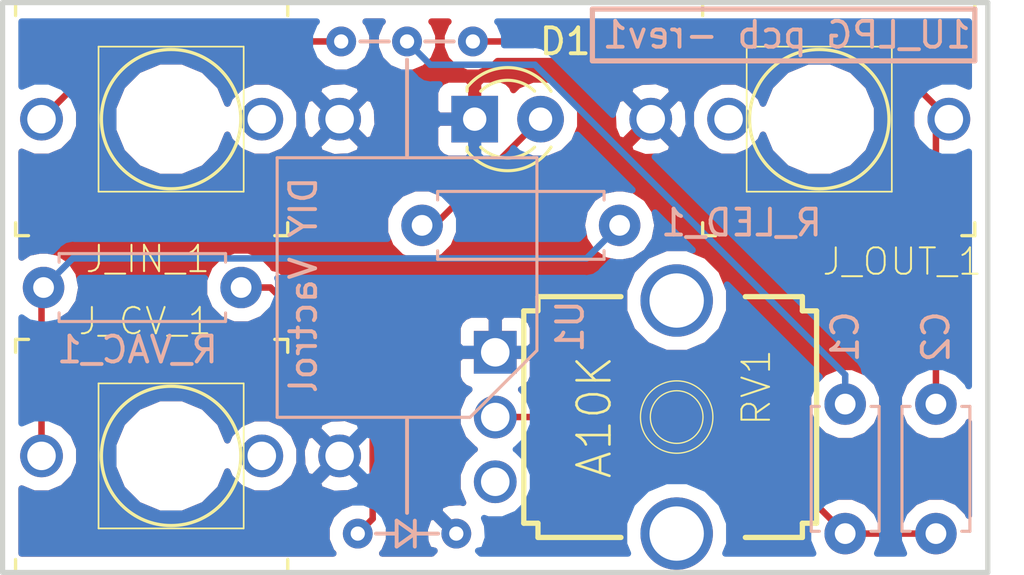
<source format=kicad_pcb>
(kicad_pcb (version 20171130) (host pcbnew "(5.0.0)")

  (general
    (thickness 1.6)
    (drawings 10)
    (tracks 25)
    (zones 0)
    (modules 10)
    (nets 9)
  )

  (page A4)
  (layers
    (0 F.Cu signal)
    (31 B.Cu signal)
    (32 B.Adhes user)
    (33 F.Adhes user)
    (34 B.Paste user)
    (35 F.Paste user)
    (36 B.SilkS user)
    (37 F.SilkS user)
    (38 B.Mask user)
    (39 F.Mask user)
    (40 Dwgs.User user)
    (41 Cmts.User user)
    (42 Eco1.User user)
    (43 Eco2.User user)
    (44 Edge.Cuts user)
    (45 Margin user)
    (46 B.CrtYd user)
    (47 F.CrtYd user)
    (48 B.Fab user)
    (49 F.Fab user)
  )

  (setup
    (last_trace_width 0.25)
    (trace_clearance 0.2)
    (zone_clearance 0.508)
    (zone_45_only no)
    (trace_min 0.2)
    (segment_width 0.1)
    (edge_width 0.15)
    (via_size 0.8)
    (via_drill 0.4)
    (via_min_size 0.4)
    (via_min_drill 0.3)
    (uvia_size 0.3)
    (uvia_drill 0.1)
    (uvias_allowed no)
    (uvia_min_size 0.2)
    (uvia_min_drill 0.1)
    (pcb_text_width 0.3)
    (pcb_text_size 1.5 1.5)
    (mod_edge_width 0.15)
    (mod_text_size 1 1)
    (mod_text_width 0.15)
    (pad_size 1.524 1.524)
    (pad_drill 0.762)
    (pad_to_mask_clearance 0.2)
    (aux_axis_origin 0 0)
    (visible_elements 7FFFFFFF)
    (pcbplotparams
      (layerselection 0x010fc_ffffffff)
      (usegerberextensions false)
      (usegerberattributes false)
      (usegerberadvancedattributes false)
      (creategerberjobfile false)
      (excludeedgelayer true)
      (linewidth 0.100000)
      (plotframeref false)
      (viasonmask false)
      (mode 1)
      (useauxorigin false)
      (hpglpennumber 1)
      (hpglpenspeed 20)
      (hpglpendiameter 15.000000)
      (psnegative false)
      (psa4output false)
      (plotreference true)
      (plotvalue true)
      (plotinvisibletext false)
      (padsonsilk false)
      (subtractmaskfromsilk false)
      (outputformat 1)
      (mirror false)
      (drillshape 0)
      (scaleselection 1)
      (outputdirectory "gerbers/"))
  )

  (net 0 "")
  (net 1 "Net-(C1-Pad2)")
  (net 2 "Net-(C1-Pad1)")
  (net 3 "Net-(D1-Pad2)")
  (net 4 GND)
  (net 5 "Net-(J_CV_1-PadP$1_TIP)")
  (net 6 "Net-(J_IN_1-PadP$1_TIP)")
  (net 7 "Net-(C2-Pad1)")
  (net 8 "Net-(R_VAC_1-Pad1)")

  (net_class Default "Dit is de standaard class."
    (clearance 0.2)
    (trace_width 0.25)
    (via_dia 0.8)
    (via_drill 0.4)
    (uvia_dia 0.3)
    (uvia_drill 0.1)
    (add_net GND)
    (add_net "Net-(C1-Pad1)")
    (add_net "Net-(C1-Pad2)")
    (add_net "Net-(C2-Pad1)")
    (add_net "Net-(D1-Pad2)")
    (add_net "Net-(J_CV_1-PadP$1_TIP)")
    (add_net "Net-(J_IN_1-PadP$1_TIP)")
    (add_net "Net-(R_VAC_1-Pad1)")
  )

  (module Coriolis-KiCad:DIY_Optoisolator_VTL5Cx2 (layer B.Cu) (tedit 5B8274A3) (tstamp 5B88BB63)
    (at 17.5 18.5 90)
    (descr "Axial Vactrol (http://www.qsl.net/wa1ion/vactrol/vactrol.pdf)")
    (tags vactrol)
    (path /5B81677A)
    (fp_text reference U1 (at 6 4.39 90) (layer B.SilkS)
      (effects (font (size 1 1) (thickness 0.15)) (justify mirror))
    )
    (fp_text value VTL5Cx2 (at 7.5 -7.9 90) (layer B.Fab)
      (effects (font (size 1 1) (thickness 0.15)) (justify mirror))
    )
    (fp_line (start 17 -2.6) (end 17 -3.7) (layer B.SilkS) (width 0.15))
    (fp_line (start 17 -1.2) (end 17 -0.1) (layer B.SilkS) (width 0.15))
    (fp_line (start 12.6 -1.9) (end 16.3 -1.9) (layer B.SilkS) (width 0.15))
    (fp_line (start 2.4 -1.9) (end -1.2 -1.9) (layer B.SilkS) (width 0.15))
    (fp_line (start -2 -2.3) (end -2 -3.1) (layer B.SilkS) (width 0.15))
    (fp_line (start -2 -1.6) (end -2 -0.7) (layer B.SilkS) (width 0.15))
    (fp_line (start -2.5 -2.3) (end -2 -1.6) (layer B.SilkS) (width 0.15))
    (fp_line (start -1.5 -2.3) (end -2.5 -2.3) (layer B.SilkS) (width 0.15))
    (fp_line (start -2 -1.6) (end -1.5 -2.3) (layer B.SilkS) (width 0.15))
    (fp_line (start -1.5 -1.6) (end -2.5 -1.6) (layer B.SilkS) (width 0.15))
    (fp_text user "DIY Vactrol" (at 7.6 -5.9 90) (layer B.SilkS)
      (effects (font (size 1 1) (thickness 0.15)) (justify mirror))
    )
    (fp_line (start 12.51 -6.91) (end 12.51 3.11) (layer B.SilkS) (width 0.12))
    (fp_line (start 2.49 -6.91) (end 12.51 -6.91) (layer B.SilkS) (width 0.12))
    (fp_line (start 2.49 0.53) (end 2.49 -6.91) (layer B.SilkS) (width 0.12))
    (fp_line (start 5.07 3.11) (end 2.49 0.53) (layer B.SilkS) (width 0.12))
    (fp_line (start 12.51 3.11) (end 5.07 3.11) (layer B.SilkS) (width 0.12))
    (fp_line (start 5 3.3) (end 12.7 3.3) (layer B.CrtYd) (width 0.05))
    (fp_line (start 2.3 0.6) (end 5 3.3) (layer B.CrtYd) (width 0.05))
    (fp_line (start 2.3 -7.1) (end 2.3 0.6) (layer B.CrtYd) (width 0.05))
    (fp_line (start 12.7 -7.1) (end 2.3 -7.1) (layer B.CrtYd) (width 0.05))
    (fp_line (start 12.7 3.3) (end 12.7 -7.1) (layer B.CrtYd) (width 0.05))
    (fp_line (start -1.3 -3.55) (end 2.55 -2.9) (layer B.Fab) (width 0.1))
    (fp_text user %R (at 7.5 -1.9 90) (layer B.Fab)
      (effects (font (size 1 1) (thickness 0.1)) (justify mirror))
    )
    (fp_line (start 16.3 0.64) (end 12.7 0.64) (layer B.Fab) (width 0.1))
    (fp_line (start 5.1 3.05) (end 2.55 0.5) (layer B.Fab) (width 0.1))
    (fp_line (start 2.55 -6.85) (end 2.55 0.5) (layer B.Fab) (width 0.1))
    (fp_line (start 12.45 -6.85) (end 2.55 -6.85) (layer B.Fab) (width 0.1))
    (fp_line (start 12.45 3.05) (end 12.45 -6.85) (layer B.Fab) (width 0.1))
    (fp_line (start 5.1 3.05) (end 12.45 3.05) (layer B.Fab) (width 0.1))
    (fp_line (start 16.3 -4.44) (end 12.7 -4.44) (layer B.Fab) (width 0.1))
    (fp_line (start -1.3 -0.25) (end 2.55 -0.9) (layer B.Fab) (width 0.1))
    (fp_line (start 16.3 -1.9) (end 12.7 -1.9) (layer B.Fab) (width 0.1))
    (pad 1 thru_hole circle (at -2 0 90) (size 1.15 1.15) (drill 0.55) (layers *.Cu *.Mask)
      (net 4 GND))
    (pad 3 thru_hole circle (at 17 0.64 90) (size 1.15 1.15) (drill 0.55) (layers *.Cu *.Mask)
      (net 7 "Net-(C2-Pad1)"))
    (pad 5 thru_hole circle (at 17 -4.44 90) (size 1.15 1.15) (drill 0.55) (layers *.Cu *.Mask)
      (net 6 "Net-(J_IN_1-PadP$1_TIP)"))
    (pad 2 thru_hole circle (at -2 -3.8 90) (size 1.15 1.15) (drill 0.55) (layers *.Cu *.Mask)
      (net 8 "Net-(R_VAC_1-Pad1)"))
    (pad 4 thru_hole circle (at 17 -1.9 90) (size 1.15 1.15) (drill 0.55) (layers *.Cu *.Mask)
      (net 2 "Net-(C1-Pad1)"))
    (model ${KISYS3DMOD}/Opto-Devices.3dshapes/Optoisolator_VTL5Cx2.wrl
      (at (xyz 0 0 0))
      (scale (xyz 1 1 1))
      (rotate (xyz 0 0 0))
    )
  )

  (module LEDs:LED_D3.0mm (layer F.Cu) (tedit 587A3A7B) (tstamp 5B7E13A1)
    (at 18.21 4.5)
    (descr "LED, diameter 3.0mm, 2 pins")
    (tags "LED diameter 3.0mm 2 pins")
    (path /5AA0557F)
    (fp_text reference D1 (at 3.49 -3) (layer F.SilkS)
      (effects (font (size 1 1) (thickness 0.15)))
    )
    (fp_text value LED (at 1.27 2.96) (layer F.Fab)
      (effects (font (size 1 1) (thickness 0.15)))
    )
    (fp_line (start 3.7 -2.25) (end -1.15 -2.25) (layer F.CrtYd) (width 0.05))
    (fp_line (start 3.7 2.25) (end 3.7 -2.25) (layer F.CrtYd) (width 0.05))
    (fp_line (start -1.15 2.25) (end 3.7 2.25) (layer F.CrtYd) (width 0.05))
    (fp_line (start -1.15 -2.25) (end -1.15 2.25) (layer F.CrtYd) (width 0.05))
    (fp_line (start -0.29 1.08) (end -0.29 1.236) (layer F.SilkS) (width 0.12))
    (fp_line (start -0.29 -1.236) (end -0.29 -1.08) (layer F.SilkS) (width 0.12))
    (fp_line (start -0.23 -1.16619) (end -0.23 1.16619) (layer F.Fab) (width 0.1))
    (fp_circle (center 1.27 0) (end 2.77 0) (layer F.Fab) (width 0.1))
    (fp_arc (start 1.27 0) (end 0.229039 1.08) (angle -87.9) (layer F.SilkS) (width 0.12))
    (fp_arc (start 1.27 0) (end 0.229039 -1.08) (angle 87.9) (layer F.SilkS) (width 0.12))
    (fp_arc (start 1.27 0) (end -0.29 1.235516) (angle -108.8) (layer F.SilkS) (width 0.12))
    (fp_arc (start 1.27 0) (end -0.29 -1.235516) (angle 108.8) (layer F.SilkS) (width 0.12))
    (fp_arc (start 1.27 0) (end -0.23 -1.16619) (angle 284.3) (layer F.Fab) (width 0.1))
    (pad 2 thru_hole circle (at 2.54 0) (size 1.8 1.8) (drill 0.9) (layers *.Cu *.Mask)
      (net 3 "Net-(D1-Pad2)"))
    (pad 1 thru_hole rect (at 0 0) (size 1.8 1.8) (drill 0.9) (layers *.Cu *.Mask)
      (net 4 GND))
    (model ${KISYS3DMOD}/LEDs.3dshapes/LED_D3.0mm.wrl
      (at (xyz 0 0 0))
      (scale (xyz 0.393701 0.393701 0.393701))
      (rotate (xyz 0 0 0))
    )
  )

  (module Coriolis-KiCad:MusicThingModular-WQP-PJ301M-12_JACK (layer F.Cu) (tedit 5B77D733) (tstamp 5B7E13D6)
    (at 6.5 17.5 90)
    (path /5AA050B7)
    (attr virtual)
    (fp_text reference J_CV_1 (at 5.2 -1 180) (layer F.SilkS)
      (effects (font (size 1.016 1.016) (thickness 0.0762)))
    )
    (fp_text value thonkiconn (at 0 0 90) (layer F.SilkS) hide
      (effects (font (size 1.27 1.27) (thickness 0.15)))
    )
    (fp_line (start -2.79908 2.79908) (end 2.79908 2.79908) (layer F.SilkS) (width 0.06604))
    (fp_line (start 2.79908 2.79908) (end 2.79908 -2.79908) (layer F.SilkS) (width 0.06604))
    (fp_line (start -2.79908 -2.79908) (end 2.79908 -2.79908) (layer F.SilkS) (width 0.06604))
    (fp_line (start -2.79908 2.79908) (end -2.79908 -2.79908) (layer F.SilkS) (width 0.06604))
    (fp_line (start -4.49834 -5.99948) (end -1.4986 -5.99948) (layer Dwgs.User) (width 0.127))
    (fp_line (start -1.4986 -5.99948) (end 1.4986 -5.99948) (layer Dwgs.User) (width 0.127))
    (fp_line (start 1.4986 -5.99948) (end 4.49834 -5.99948) (layer Dwgs.User) (width 0.127))
    (fp_line (start -4.49834 -5.99948) (end -4.49834 4.49834) (layer Dwgs.User) (width 0.127))
    (fp_line (start -4.49834 4.49834) (end 0.19812 4.49834) (layer Dwgs.User) (width 0.127))
    (fp_line (start 0.19812 4.49834) (end 4.49834 4.49834) (layer Dwgs.User) (width 0.127))
    (fp_line (start 4.49834 4.49834) (end 4.49834 -5.99948) (layer Dwgs.User) (width 0.127))
    (fp_line (start -1.4986 -5.99948) (end -1.4986 -3.99796) (layer Dwgs.User) (width 0.127))
    (fp_line (start -1.4986 -3.99796) (end 1.4986 -3.99796) (layer Dwgs.User) (width 0.127))
    (fp_line (start 1.4986 -3.99796) (end 1.4986 -5.99948) (layer Dwgs.User) (width 0.127))
    (fp_line (start -0.19812 4.59994) (end -0.19812 6.69798) (layer Dwgs.User) (width 0.127))
    (fp_line (start -0.19812 6.69798) (end 0.19812 6.69798) (layer Dwgs.User) (width 0.127))
    (fp_line (start 0.19812 6.69798) (end 0.19812 4.49834) (layer Dwgs.User) (width 0.127))
    (fp_line (start -4.49834 -5.4991) (end -4.49834 -5.99948) (layer F.SilkS) (width 0.127))
    (fp_line (start -4.49834 -5.99948) (end -3.99796 -5.99948) (layer F.SilkS) (width 0.127))
    (fp_line (start 3.99796 -5.99948) (end 4.49834 -5.99948) (layer F.SilkS) (width 0.127))
    (fp_line (start 4.49834 -5.99948) (end 4.49834 -5.4991) (layer F.SilkS) (width 0.127))
    (fp_line (start 4.49834 3.99796) (end 4.49834 4.49834) (layer F.SilkS) (width 0.127))
    (fp_line (start 4.49834 4.49834) (end 3.99796 4.49834) (layer F.SilkS) (width 0.127))
    (fp_line (start -4.49834 3.99796) (end -4.49834 4.49834) (layer F.SilkS) (width 0.127))
    (fp_line (start -4.49834 4.49834) (end -3.99796 4.49834) (layer F.SilkS) (width 0.127))
    (fp_circle (center 0 0) (end 0 -3.15976) (layer Dwgs.User) (width 0.127))
    (fp_circle (center 0 0) (end 0 -2.68986) (layer F.SilkS) (width 0.127))
    (pad P$1_TIP thru_hole circle (at 0 -4.99872 90) (size 1.64846 1.64846) (drill 1.09982) (layers *.Cu *.Paste *.Mask)
      (net 5 "Net-(J_CV_1-PadP$1_TIP)"))
    (pad P$2_SWITCH thru_hole circle (at 0 3.49758 90) (size 1.64846 1.64846) (drill 1.09982) (layers *.Cu *.Paste *.Mask))
    (pad P$3_SLEEVE thru_hole circle (at 0 6.49986 90) (size 1.64846 1.64846) (drill 1.09982) (layers *.Cu *.Paste *.Mask)
      (net 4 GND))
    (pad "" np_thru_hole circle (at 0 0 90) (size 3.2 3.2) (drill 3.2) (layers *.Cu *.Mask))
  )

  (module Coriolis-KiCad:MusicThingModular-WQP-PJ301M-12_JACK (layer F.Cu) (tedit 5B77D72D) (tstamp 5B7E13F9)
    (at 6.5 4.5 90)
    (path /5AA051C1)
    (attr virtual)
    (fp_text reference J_IN_1 (at -5.4 -0.9) (layer F.SilkS)
      (effects (font (size 1.016 1.016) (thickness 0.0762)))
    )
    (fp_text value thonkiconn (at 0 0 90) (layer F.SilkS) hide
      (effects (font (size 1.27 1.27) (thickness 0.15)))
    )
    (fp_circle (center 0 0) (end 0 -2.68986) (layer F.SilkS) (width 0.127))
    (fp_circle (center 0 0) (end 0 -3.15976) (layer Dwgs.User) (width 0.127))
    (fp_line (start -4.49834 4.49834) (end -3.99796 4.49834) (layer F.SilkS) (width 0.127))
    (fp_line (start -4.49834 3.99796) (end -4.49834 4.49834) (layer F.SilkS) (width 0.127))
    (fp_line (start 4.49834 4.49834) (end 3.99796 4.49834) (layer F.SilkS) (width 0.127))
    (fp_line (start 4.49834 3.99796) (end 4.49834 4.49834) (layer F.SilkS) (width 0.127))
    (fp_line (start 4.49834 -5.99948) (end 4.49834 -5.4991) (layer F.SilkS) (width 0.127))
    (fp_line (start 3.99796 -5.99948) (end 4.49834 -5.99948) (layer F.SilkS) (width 0.127))
    (fp_line (start -4.49834 -5.99948) (end -3.99796 -5.99948) (layer F.SilkS) (width 0.127))
    (fp_line (start -4.49834 -5.4991) (end -4.49834 -5.99948) (layer F.SilkS) (width 0.127))
    (fp_line (start 0.19812 6.69798) (end 0.19812 4.49834) (layer Dwgs.User) (width 0.127))
    (fp_line (start -0.19812 6.69798) (end 0.19812 6.69798) (layer Dwgs.User) (width 0.127))
    (fp_line (start -0.19812 4.59994) (end -0.19812 6.69798) (layer Dwgs.User) (width 0.127))
    (fp_line (start 1.4986 -3.99796) (end 1.4986 -5.99948) (layer Dwgs.User) (width 0.127))
    (fp_line (start -1.4986 -3.99796) (end 1.4986 -3.99796) (layer Dwgs.User) (width 0.127))
    (fp_line (start -1.4986 -5.99948) (end -1.4986 -3.99796) (layer Dwgs.User) (width 0.127))
    (fp_line (start 4.49834 4.49834) (end 4.49834 -5.99948) (layer Dwgs.User) (width 0.127))
    (fp_line (start 0.19812 4.49834) (end 4.49834 4.49834) (layer Dwgs.User) (width 0.127))
    (fp_line (start -4.49834 4.49834) (end 0.19812 4.49834) (layer Dwgs.User) (width 0.127))
    (fp_line (start -4.49834 -5.99948) (end -4.49834 4.49834) (layer Dwgs.User) (width 0.127))
    (fp_line (start 1.4986 -5.99948) (end 4.49834 -5.99948) (layer Dwgs.User) (width 0.127))
    (fp_line (start -1.4986 -5.99948) (end 1.4986 -5.99948) (layer Dwgs.User) (width 0.127))
    (fp_line (start -4.49834 -5.99948) (end -1.4986 -5.99948) (layer Dwgs.User) (width 0.127))
    (fp_line (start -2.79908 2.79908) (end -2.79908 -2.79908) (layer F.SilkS) (width 0.06604))
    (fp_line (start -2.79908 -2.79908) (end 2.79908 -2.79908) (layer F.SilkS) (width 0.06604))
    (fp_line (start 2.79908 2.79908) (end 2.79908 -2.79908) (layer F.SilkS) (width 0.06604))
    (fp_line (start -2.79908 2.79908) (end 2.79908 2.79908) (layer F.SilkS) (width 0.06604))
    (pad "" np_thru_hole circle (at 0 0 90) (size 3.2 3.2) (drill 3.2) (layers *.Cu *.Mask))
    (pad P$3_SLEEVE thru_hole circle (at 0 6.49986 90) (size 1.64846 1.64846) (drill 1.09982) (layers *.Cu *.Paste *.Mask)
      (net 4 GND))
    (pad P$2_SWITCH thru_hole circle (at 0 3.49758 90) (size 1.64846 1.64846) (drill 1.09982) (layers *.Cu *.Paste *.Mask))
    (pad P$1_TIP thru_hole circle (at 0 -4.99872 90) (size 1.64846 1.64846) (drill 1.09982) (layers *.Cu *.Paste *.Mask)
      (net 6 "Net-(J_IN_1-PadP$1_TIP)"))
  )

  (module Coriolis-KiCad:MusicThingModular-WQP-PJ301M-12_JACK (layer F.Cu) (tedit 5B77D738) (tstamp 5B7E141C)
    (at 31.5 4.5 270)
    (path /5AA051F8)
    (attr virtual)
    (fp_text reference J_OUT_1 (at 5.5 -3.2 180) (layer F.SilkS)
      (effects (font (size 1.016 1.016) (thickness 0.0762)))
    )
    (fp_text value thonkiconn (at 0 0 270) (layer F.SilkS) hide
      (effects (font (size 1.27 1.27) (thickness 0.15)))
    )
    (fp_line (start -2.79908 2.79908) (end 2.79908 2.79908) (layer F.SilkS) (width 0.06604))
    (fp_line (start 2.79908 2.79908) (end 2.79908 -2.79908) (layer F.SilkS) (width 0.06604))
    (fp_line (start -2.79908 -2.79908) (end 2.79908 -2.79908) (layer F.SilkS) (width 0.06604))
    (fp_line (start -2.79908 2.79908) (end -2.79908 -2.79908) (layer F.SilkS) (width 0.06604))
    (fp_line (start -4.49834 -5.99948) (end -1.4986 -5.99948) (layer Dwgs.User) (width 0.127))
    (fp_line (start -1.4986 -5.99948) (end 1.4986 -5.99948) (layer Dwgs.User) (width 0.127))
    (fp_line (start 1.4986 -5.99948) (end 4.49834 -5.99948) (layer Dwgs.User) (width 0.127))
    (fp_line (start -4.49834 -5.99948) (end -4.49834 4.49834) (layer Dwgs.User) (width 0.127))
    (fp_line (start -4.49834 4.49834) (end 0.19812 4.49834) (layer Dwgs.User) (width 0.127))
    (fp_line (start 0.19812 4.49834) (end 4.49834 4.49834) (layer Dwgs.User) (width 0.127))
    (fp_line (start 4.49834 4.49834) (end 4.49834 -5.99948) (layer Dwgs.User) (width 0.127))
    (fp_line (start -1.4986 -5.99948) (end -1.4986 -3.99796) (layer Dwgs.User) (width 0.127))
    (fp_line (start -1.4986 -3.99796) (end 1.4986 -3.99796) (layer Dwgs.User) (width 0.127))
    (fp_line (start 1.4986 -3.99796) (end 1.4986 -5.99948) (layer Dwgs.User) (width 0.127))
    (fp_line (start -0.19812 4.59994) (end -0.19812 6.69798) (layer Dwgs.User) (width 0.127))
    (fp_line (start -0.19812 6.69798) (end 0.19812 6.69798) (layer Dwgs.User) (width 0.127))
    (fp_line (start 0.19812 6.69798) (end 0.19812 4.49834) (layer Dwgs.User) (width 0.127))
    (fp_line (start -4.49834 -5.4991) (end -4.49834 -5.99948) (layer F.SilkS) (width 0.127))
    (fp_line (start -4.49834 -5.99948) (end -3.99796 -5.99948) (layer F.SilkS) (width 0.127))
    (fp_line (start 3.99796 -5.99948) (end 4.49834 -5.99948) (layer F.SilkS) (width 0.127))
    (fp_line (start 4.49834 -5.99948) (end 4.49834 -5.4991) (layer F.SilkS) (width 0.127))
    (fp_line (start 4.49834 3.99796) (end 4.49834 4.49834) (layer F.SilkS) (width 0.127))
    (fp_line (start 4.49834 4.49834) (end 3.99796 4.49834) (layer F.SilkS) (width 0.127))
    (fp_line (start -4.49834 3.99796) (end -4.49834 4.49834) (layer F.SilkS) (width 0.127))
    (fp_line (start -4.49834 4.49834) (end -3.99796 4.49834) (layer F.SilkS) (width 0.127))
    (fp_circle (center 0 0) (end 0 -3.15976) (layer Dwgs.User) (width 0.127))
    (fp_circle (center 0 0) (end 0 -2.68986) (layer F.SilkS) (width 0.127))
    (pad P$1_TIP thru_hole circle (at 0 -4.99872 270) (size 1.64846 1.64846) (drill 1.09982) (layers *.Cu *.Paste *.Mask)
      (net 7 "Net-(C2-Pad1)"))
    (pad P$2_SWITCH thru_hole circle (at 0 3.49758 270) (size 1.64846 1.64846) (drill 1.09982) (layers *.Cu *.Paste *.Mask))
    (pad P$3_SLEEVE thru_hole circle (at 0 6.49986 270) (size 1.64846 1.64846) (drill 1.09982) (layers *.Cu *.Paste *.Mask)
      (net 4 GND))
    (pad "" np_thru_hole circle (at 0 0 270) (size 3.2 3.2) (drill 3.2) (layers *.Cu *.Mask))
  )

  (module MusicThingModular:MusicThingModular-9MM_SNAP-IN_POT (layer F.Cu) (tedit 200000) (tstamp 5B9076A1)
    (at 26 16 270)
    (descr "9MM VERTICAL SNAP-IN POT, ALPHA / PANASONIC STYLE")
    (tags "9MM VERTICAL SNAP-IN POT, ALPHA / PANASONIC STYLE")
    (path /5AA0655D)
    (attr virtual)
    (fp_text reference RV1 (at -1.143 -3.0734 270) (layer F.SilkS)
      (effects (font (size 1.0668 1.0668) (thickness 0.0762)))
    )
    (fp_text value A10K (at 0 3.175 270) (layer F.SilkS)
      (effects (font (size 1.27 1.27) (thickness 0.1016)))
    )
    (fp_line (start -2.92354 7.32282) (end -2.07264 7.32282) (layer Dwgs.User) (width 0.06604))
    (fp_line (start -2.07264 7.32282) (end -2.07264 5.99948) (layer Dwgs.User) (width 0.06604))
    (fp_line (start -2.92354 5.99948) (end -2.07264 5.99948) (layer Dwgs.User) (width 0.06604))
    (fp_line (start -2.92354 7.32282) (end -2.92354 5.99948) (layer Dwgs.User) (width 0.06604))
    (fp_line (start -0.42418 7.32282) (end 0.42418 7.32282) (layer Dwgs.User) (width 0.06604))
    (fp_line (start 0.42418 7.32282) (end 0.42418 5.99948) (layer Dwgs.User) (width 0.06604))
    (fp_line (start -0.42418 5.99948) (end 0.42418 5.99948) (layer Dwgs.User) (width 0.06604))
    (fp_line (start -0.42418 7.32282) (end -0.42418 5.99948) (layer Dwgs.User) (width 0.06604))
    (fp_line (start 2.07264 7.32282) (end 2.92354 7.32282) (layer Dwgs.User) (width 0.06604))
    (fp_line (start 2.92354 7.32282) (end 2.92354 5.99948) (layer Dwgs.User) (width 0.06604))
    (fp_line (start 2.07264 5.99948) (end 2.92354 5.99948) (layer Dwgs.User) (width 0.06604))
    (fp_line (start 2.07264 7.32282) (end 2.07264 5.99948) (layer Dwgs.User) (width 0.06604))
    (fp_line (start -4.09956 -5.3975) (end 4.09956 -5.3975) (layer F.SilkS) (width 0.2032))
    (fp_line (start 4.6482 -4.84886) (end 4.6482 5.34924) (layer Dwgs.User) (width 0.2032))
    (fp_line (start 4.09956 5.89788) (end -4.09956 5.89788) (layer F.SilkS) (width 0.2032))
    (fp_line (start -4.6482 5.34924) (end -4.6482 -4.84886) (layer Dwgs.User) (width 0.2032))
    (fp_line (start -4.7498 -0.89916) (end -5.4991 -0.89916) (layer Dwgs.User) (width 0.2032))
    (fp_line (start -5.4991 -0.89916) (end -5.4991 0.89916) (layer Dwgs.User) (width 0.2032))
    (fp_line (start -5.4991 0.89916) (end -4.7498 0.89916) (layer Dwgs.User) (width 0.2032))
    (fp_line (start 4.7498 0.89916) (end 5.4991 0.89916) (layer Dwgs.User) (width 0.2032))
    (fp_line (start 5.4991 0.89916) (end 5.4991 -0.89916) (layer Dwgs.User) (width 0.2032))
    (fp_line (start 5.4991 -0.89916) (end 4.7498 -0.89916) (layer Dwgs.User) (width 0.2032))
    (fp_line (start -4.09956 -4.84886) (end -4.6482 -4.84886) (layer F.SilkS) (width 0.2032))
    (fp_line (start -4.09956 -5.3975) (end -4.09956 -4.84886) (layer F.SilkS) (width 0.2032))
    (fp_line (start -4.09956 5.34924) (end -4.09956 5.89788) (layer F.SilkS) (width 0.2032))
    (fp_line (start -4.6482 5.34924) (end -4.09956 5.34924) (layer F.SilkS) (width 0.2032))
    (fp_line (start 4.09956 5.34924) (end 4.6482 5.34924) (layer F.SilkS) (width 0.2032))
    (fp_line (start 4.09956 5.89788) (end 4.09956 5.34924) (layer F.SilkS) (width 0.2032))
    (fp_line (start 4.09956 -4.84886) (end 4.09956 -5.3975) (layer F.SilkS) (width 0.2032))
    (fp_line (start 4.6482 -4.84886) (end 4.09956 -4.84886) (layer F.SilkS) (width 0.2032))
    (fp_line (start -4.6482 -2.64922) (end -4.6482 -4.84886) (layer F.SilkS) (width 0.2032))
    (fp_line (start -4.6482 5.34924) (end -4.6482 2.14884) (layer F.SilkS) (width 0.2032))
    (fp_line (start 4.6482 -4.84886) (end 4.6482 -2.64922) (layer F.SilkS) (width 0.2032))
    (fp_line (start 4.6482 2.14884) (end 4.6482 5.34924) (layer F.SilkS) (width 0.2032))
    (fp_circle (center 0 0) (end 0 -1.397) (layer F.SilkS) (width 0.0508))
    (fp_circle (center 0 0) (end 0 -1.016) (layer F.SilkS) (width 0.0508))
    (pad 1 thru_hole rect (at -2.49936 6.9977 270) (size 1.64846 1.64846) (drill 1.09982) (layers *.Cu *.Paste *.Mask)
      (net 4 GND))
    (pad 2 thru_hole circle (at 0 6.9977 270) (size 1.64846 3.29946) (drill 1.09982) (layers *.Cu *.Paste *.Mask)
      (net 1 "Net-(C1-Pad2)"))
    (pad 3 thru_hole circle (at 2.49936 6.9977 270) (size 1.64846 3.29946) (drill 1.09982) (layers *.Cu *.Paste *.Mask))
    (pad CHASSIS1 thru_hole circle (at -4.49834 0 270) (size 2.794 2.794) (drill 2.09804) (layers *.Cu *.Paste *.Mask))
    (pad CHASSIS2 thru_hole circle (at 4.49834 0 270) (size 2.794 2.794) (drill 2.09804) (layers *.Cu *.Paste *.Mask))
  )

  (module Coriolis-KiCad:R_Axial_DIN0207_L6.3mm_D2.5mm_P7.62mm_Horizontal (layer B.Cu) (tedit 5A74D682) (tstamp 5B815D5B)
    (at 9.2 11 180)
    (descr "Resistor, Axial_DIN0207 series, Axial, Horizontal, pin pitch=7.62mm, 0.25W = 1/4W, length*diameter=6.3*2.5mm^2, http://cdn-reichelt.de/documents/datenblatt/B400/1_4W%23YAG.pdf")
    (tags "Resistor Axial_DIN0207 series Axial Horizontal pin pitch 7.62mm 0.25W = 1/4W length 6.3mm diameter 2.5mm")
    (path /5A72B414)
    (fp_text reference R_VAC_1 (at 4 -2.4 180) (layer B.SilkS)
      (effects (font (size 1 1) (thickness 0.15)) (justify mirror))
    )
    (fp_text value 100K (at 3.81 -2.31 180) (layer B.Fab)
      (effects (font (size 1 1) (thickness 0.15)) (justify mirror))
    )
    (fp_line (start 0.66 1.25) (end 0.66 -1.25) (layer B.Fab) (width 0.1))
    (fp_line (start 0.66 -1.25) (end 6.96 -1.25) (layer B.Fab) (width 0.1))
    (fp_line (start 6.96 -1.25) (end 6.96 1.25) (layer B.Fab) (width 0.1))
    (fp_line (start 6.96 1.25) (end 0.66 1.25) (layer B.Fab) (width 0.1))
    (fp_line (start 0 0) (end 0.66 0) (layer B.Fab) (width 0.1))
    (fp_line (start 7.62 0) (end 6.96 0) (layer B.Fab) (width 0.1))
    (fp_line (start 0.6 0.98) (end 0.6 1.31) (layer B.SilkS) (width 0.12))
    (fp_line (start 0.6 1.31) (end 7.02 1.31) (layer B.SilkS) (width 0.12))
    (fp_line (start 7.02 1.31) (end 7.02 0.98) (layer B.SilkS) (width 0.12))
    (fp_line (start 0.6 -0.98) (end 0.6 -1.31) (layer B.SilkS) (width 0.12))
    (fp_line (start 0.6 -1.31) (end 7.02 -1.31) (layer B.SilkS) (width 0.12))
    (fp_line (start 7.02 -1.31) (end 7.02 -0.98) (layer B.SilkS) (width 0.12))
    (fp_line (start -1.05 1.6) (end -1.05 -1.6) (layer B.CrtYd) (width 0.05))
    (fp_line (start -1.05 -1.6) (end 8.7 -1.6) (layer B.CrtYd) (width 0.05))
    (fp_line (start 8.7 -1.6) (end 8.7 1.6) (layer B.CrtYd) (width 0.05))
    (fp_line (start 8.7 1.6) (end -1.05 1.6) (layer B.CrtYd) (width 0.05))
    (pad 1 thru_hole circle (at 0 0 180) (size 1.6 1.6) (drill 0.8) (layers *.Cu *.Mask)
      (net 8 "Net-(R_VAC_1-Pad1)"))
    (pad 2 thru_hole oval (at 7.62 0 180) (size 1.6 1.6) (drill 0.8) (layers *.Cu *.Mask)
      (net 5 "Net-(J_CV_1-PadP$1_TIP)"))
    (model ${KISYS3DMOD}/Resistors_THT.3dshapes/R_Axial_DIN0207_L6.3mm_D2.5mm_P7.62mm_Horizontal.wrl
      (at (xyz 0 0 0))
      (scale (xyz 0.393701 0.393701 0.393701))
      (rotate (xyz 0 0 0))
    )
  )

  (module Coriolis-KiCad:R_Axial_DIN0207_L6.3mm_D2.5mm_P7.62mm_Horizontal (layer B.Cu) (tedit 5A74D682) (tstamp 5B815D85)
    (at 16.18 8.6)
    (descr "Resistor, Axial_DIN0207 series, Axial, Horizontal, pin pitch=7.62mm, 0.25W = 1/4W, length*diameter=6.3*2.5mm^2, http://cdn-reichelt.de/documents/datenblatt/B400/1_4W%23YAG.pdf")
    (tags "Resistor Axial_DIN0207 series Axial Horizontal pin pitch 7.62mm 0.25W = 1/4W length 6.3mm diameter 2.5mm")
    (path /5AA053E6)
    (fp_text reference R_LED_1 (at 12.32 -0.1 180) (layer B.SilkS)
      (effects (font (size 1 1) (thickness 0.15)) (justify mirror))
    )
    (fp_text value 20K (at 3.81 -2.31) (layer B.Fab)
      (effects (font (size 1 1) (thickness 0.15)) (justify mirror))
    )
    (fp_line (start 8.7 1.6) (end -1.05 1.6) (layer B.CrtYd) (width 0.05))
    (fp_line (start 8.7 -1.6) (end 8.7 1.6) (layer B.CrtYd) (width 0.05))
    (fp_line (start -1.05 -1.6) (end 8.7 -1.6) (layer B.CrtYd) (width 0.05))
    (fp_line (start -1.05 1.6) (end -1.05 -1.6) (layer B.CrtYd) (width 0.05))
    (fp_line (start 7.02 -1.31) (end 7.02 -0.98) (layer B.SilkS) (width 0.12))
    (fp_line (start 0.6 -1.31) (end 7.02 -1.31) (layer B.SilkS) (width 0.12))
    (fp_line (start 0.6 -0.98) (end 0.6 -1.31) (layer B.SilkS) (width 0.12))
    (fp_line (start 7.02 1.31) (end 7.02 0.98) (layer B.SilkS) (width 0.12))
    (fp_line (start 0.6 1.31) (end 7.02 1.31) (layer B.SilkS) (width 0.12))
    (fp_line (start 0.6 0.98) (end 0.6 1.31) (layer B.SilkS) (width 0.12))
    (fp_line (start 7.62 0) (end 6.96 0) (layer B.Fab) (width 0.1))
    (fp_line (start 0 0) (end 0.66 0) (layer B.Fab) (width 0.1))
    (fp_line (start 6.96 1.25) (end 0.66 1.25) (layer B.Fab) (width 0.1))
    (fp_line (start 6.96 -1.25) (end 6.96 1.25) (layer B.Fab) (width 0.1))
    (fp_line (start 0.66 -1.25) (end 6.96 -1.25) (layer B.Fab) (width 0.1))
    (fp_line (start 0.66 1.25) (end 0.66 -1.25) (layer B.Fab) (width 0.1))
    (pad 2 thru_hole oval (at 7.62 0) (size 1.6 1.6) (drill 0.8) (layers *.Cu *.Mask)
      (net 5 "Net-(J_CV_1-PadP$1_TIP)"))
    (pad 1 thru_hole circle (at 0 0) (size 1.6 1.6) (drill 0.8) (layers *.Cu *.Mask)
      (net 3 "Net-(D1-Pad2)"))
    (model ${KISYS3DMOD}/Resistors_THT.3dshapes/R_Axial_DIN0207_L6.3mm_D2.5mm_P7.62mm_Horizontal.wrl
      (at (xyz 0 0 0))
      (scale (xyz 0.393701 0.393701 0.393701))
      (rotate (xyz 0 0 0))
    )
  )

  (module Capacitors_THT:C_Disc_D4.7mm_W2.5mm_P5.00mm (layer B.Cu) (tedit 597BC7C2) (tstamp 5B88BB3B)
    (at 32.5 15.5 270)
    (descr "C, Disc series, Radial, pin pitch=5.00mm, , diameter*width=4.7*2.5mm^2, Capacitor, http://www.vishay.com/docs/45233/krseries.pdf")
    (tags "C Disc series Radial pin pitch 5.00mm  diameter 4.7mm width 2.5mm Capacitor")
    (path /5AA05E3A)
    (fp_text reference C1 (at -2.6 0 270) (layer B.SilkS)
      (effects (font (size 1 1) (thickness 0.15)) (justify mirror))
    )
    (fp_text value 0.1uF (at 2.5 -2.56 270) (layer B.Fab)
      (effects (font (size 1 1) (thickness 0.15)) (justify mirror))
    )
    (fp_text user %R (at 2.5 0 270) (layer B.Fab)
      (effects (font (size 1 1) (thickness 0.15)) (justify mirror))
    )
    (fp_line (start 6.05 1.6) (end -1.05 1.6) (layer B.CrtYd) (width 0.05))
    (fp_line (start 6.05 -1.6) (end 6.05 1.6) (layer B.CrtYd) (width 0.05))
    (fp_line (start -1.05 -1.6) (end 6.05 -1.6) (layer B.CrtYd) (width 0.05))
    (fp_line (start -1.05 1.6) (end -1.05 -1.6) (layer B.CrtYd) (width 0.05))
    (fp_line (start 4.91 -0.996) (end 4.91 -1.31) (layer B.SilkS) (width 0.12))
    (fp_line (start 4.91 1.31) (end 4.91 0.996) (layer B.SilkS) (width 0.12))
    (fp_line (start 0.09 -0.996) (end 0.09 -1.31) (layer B.SilkS) (width 0.12))
    (fp_line (start 0.09 1.31) (end 0.09 0.996) (layer B.SilkS) (width 0.12))
    (fp_line (start 0.09 -1.31) (end 4.91 -1.31) (layer B.SilkS) (width 0.12))
    (fp_line (start 0.09 1.31) (end 4.91 1.31) (layer B.SilkS) (width 0.12))
    (fp_line (start 4.85 1.25) (end 0.15 1.25) (layer B.Fab) (width 0.1))
    (fp_line (start 4.85 -1.25) (end 4.85 1.25) (layer B.Fab) (width 0.1))
    (fp_line (start 0.15 -1.25) (end 4.85 -1.25) (layer B.Fab) (width 0.1))
    (fp_line (start 0.15 1.25) (end 0.15 -1.25) (layer B.Fab) (width 0.1))
    (pad 2 thru_hole circle (at 5 0 270) (size 1.6 1.6) (drill 0.8) (layers *.Cu *.Mask)
      (net 1 "Net-(C1-Pad2)"))
    (pad 1 thru_hole circle (at 0 0 270) (size 1.6 1.6) (drill 0.8) (layers *.Cu *.Mask)
      (net 2 "Net-(C1-Pad1)"))
    (model ${KISYS3DMOD}/Capacitors_THT.3dshapes/C_Disc_D4.7mm_W2.5mm_P5.00mm.wrl
      (at (xyz 0 0 0))
      (scale (xyz 1 1 1))
      (rotate (xyz 0 0 0))
    )
  )

  (module Capacitors_THT:C_Disc_D4.7mm_W2.5mm_P5.00mm (layer B.Cu) (tedit 597BC7C2) (tstamp 5B88BB4F)
    (at 36 15.5 270)
    (descr "C, Disc series, Radial, pin pitch=5.00mm, , diameter*width=4.7*2.5mm^2, Capacitor, http://www.vishay.com/docs/45233/krseries.pdf")
    (tags "C Disc series Radial pin pitch 5.00mm  diameter 4.7mm width 2.5mm Capacitor")
    (path /5B814F8B)
    (fp_text reference C2 (at -2.6 0 270) (layer B.SilkS)
      (effects (font (size 1 1) (thickness 0.15)) (justify mirror))
    )
    (fp_text value 0.1uF (at 2.5 -2.56 270) (layer B.Fab)
      (effects (font (size 1 1) (thickness 0.15)) (justify mirror))
    )
    (fp_line (start 0.15 1.25) (end 0.15 -1.25) (layer B.Fab) (width 0.1))
    (fp_line (start 0.15 -1.25) (end 4.85 -1.25) (layer B.Fab) (width 0.1))
    (fp_line (start 4.85 -1.25) (end 4.85 1.25) (layer B.Fab) (width 0.1))
    (fp_line (start 4.85 1.25) (end 0.15 1.25) (layer B.Fab) (width 0.1))
    (fp_line (start 0.09 1.31) (end 4.91 1.31) (layer B.SilkS) (width 0.12))
    (fp_line (start 0.09 -1.31) (end 4.91 -1.31) (layer B.SilkS) (width 0.12))
    (fp_line (start 0.09 1.31) (end 0.09 0.996) (layer B.SilkS) (width 0.12))
    (fp_line (start 0.09 -0.996) (end 0.09 -1.31) (layer B.SilkS) (width 0.12))
    (fp_line (start 4.91 1.31) (end 4.91 0.996) (layer B.SilkS) (width 0.12))
    (fp_line (start 4.91 -0.996) (end 4.91 -1.31) (layer B.SilkS) (width 0.12))
    (fp_line (start -1.05 1.6) (end -1.05 -1.6) (layer B.CrtYd) (width 0.05))
    (fp_line (start -1.05 -1.6) (end 6.05 -1.6) (layer B.CrtYd) (width 0.05))
    (fp_line (start 6.05 -1.6) (end 6.05 1.6) (layer B.CrtYd) (width 0.05))
    (fp_line (start 6.05 1.6) (end -1.05 1.6) (layer B.CrtYd) (width 0.05))
    (fp_text user %R (at 2.5 0 270) (layer B.Fab)
      (effects (font (size 1 1) (thickness 0.15)) (justify mirror))
    )
    (pad 1 thru_hole circle (at 0 0 270) (size 1.6 1.6) (drill 0.8) (layers *.Cu *.Mask)
      (net 7 "Net-(C2-Pad1)"))
    (pad 2 thru_hole circle (at 5 0 270) (size 1.6 1.6) (drill 0.8) (layers *.Cu *.Mask)
      (net 1 "Net-(C1-Pad2)"))
    (model ${KISYS3DMOD}/Capacitors_THT.3dshapes/C_Disc_D4.7mm_W2.5mm_P5.00mm.wrl
      (at (xyz 0 0 0))
      (scale (xyz 1 1 1))
      (rotate (xyz 0 0 0))
    )
  )

  (gr_line (start 15.6 6) (end 15.6 2.4) (layer B.SilkS) (width 0.1))
  (gr_line (start 37.5 2.25) (end 37.5 0.25) (layer B.SilkS) (width 0.2))
  (gr_line (start 22.75 2.25) (end 37.5 2.25) (layer B.SilkS) (width 0.2))
  (gr_line (start 22.75 0.25) (end 22.75 2.25) (layer B.SilkS) (width 0.2))
  (gr_line (start 37.5 0.25) (end 22.75 0.25) (layer B.SilkS) (width 0.2))
  (gr_text "1U_LPG pcb -rev1\n" (at 30.25 1.25) (layer B.SilkS)
    (effects (font (size 1 1) (thickness 0.15)) (justify mirror))
  )
  (gr_line (start 38 0) (end 0 0) (layer Edge.Cuts) (width 0.2))
  (gr_line (start 38 22) (end 38 0) (layer Edge.Cuts) (width 0.2))
  (gr_line (start 0 22) (end 38 22) (layer Edge.Cuts) (width 0.2))
  (gr_line (start 0 0) (end 0 22) (layer Edge.Cuts) (width 0.2))

  (segment (start 32.5 20.5) (end 36 20.5) (width 0.25) (layer F.Cu) (net 1))
  (segment (start 28 16) (end 19.0023 16) (width 0.25) (layer F.Cu) (net 1))
  (segment (start 32.5 20.5) (end 28 16) (width 0.25) (layer F.Cu) (net 1))
  (segment (start 32.5 14.36863) (end 32.5 15.5) (width 0.25) (layer B.Cu) (net 2))
  (segment (start 20.531371 2.400001) (end 32.5 14.36863) (width 0.25) (layer B.Cu) (net 2))
  (segment (start 16.500001 2.400001) (end 20.531371 2.400001) (width 0.25) (layer B.Cu) (net 2))
  (segment (start 15.6 1.5) (end 16.500001 2.400001) (width 0.25) (layer B.Cu) (net 2))
  (segment (start 16.65 8.6) (end 16.18 8.6) (width 0.25) (layer F.Cu) (net 3))
  (segment (start 20.75 4.5) (end 16.65 8.6) (width 0.25) (layer F.Cu) (net 3))
  (segment (start 1.50128 11.07872) (end 1.58 11) (width 0.25) (layer F.Cu) (net 5))
  (segment (start 1.50128 17.5) (end 1.50128 11.07872) (width 0.25) (layer F.Cu) (net 5))
  (segment (start 23.000001 9.399999) (end 23.8 8.6) (width 0.25) (layer B.Cu) (net 5))
  (segment (start 22.525001 9.874999) (end 23.000001 9.399999) (width 0.25) (layer B.Cu) (net 5))
  (segment (start 2.705001 9.874999) (end 22.525001 9.874999) (width 0.25) (layer B.Cu) (net 5))
  (segment (start 1.58 11) (end 2.705001 9.874999) (width 0.25) (layer B.Cu) (net 5))
  (segment (start 4.50128 1.5) (end 13.06 1.5) (width 0.25) (layer F.Cu) (net 6))
  (segment (start 1.50128 4.5) (end 4.50128 1.5) (width 0.25) (layer F.Cu) (net 6))
  (segment (start 36 4.99872) (end 36.49872 4.5) (width 0.25) (layer F.Cu) (net 7))
  (segment (start 36 15.5) (end 36 4.99872) (width 0.25) (layer F.Cu) (net 7))
  (segment (start 33.49872 1.5) (end 36.49872 4.5) (width 0.25) (layer F.Cu) (net 7))
  (segment (start 18.14 1.5) (end 33.49872 1.5) (width 0.25) (layer F.Cu) (net 7))
  (segment (start 14.274999 19.925001) (end 13.7 20.5) (width 0.25) (layer F.Cu) (net 8))
  (segment (start 14.274999 14.943629) (end 14.274999 19.925001) (width 0.25) (layer F.Cu) (net 8))
  (segment (start 10.33137 11) (end 14.274999 14.943629) (width 0.25) (layer F.Cu) (net 8))
  (segment (start 9.2 11) (end 10.33137 11) (width 0.25) (layer F.Cu) (net 8))

  (zone (net 4) (net_name GND) (layer F.Cu) (tstamp 5B9078F3) (hatch edge 0.508)
    (connect_pads (clearance 0.508))
    (min_thickness 0.254)
    (fill yes (arc_segments 16) (thermal_gap 0.508) (thermal_bridge_width 0.508))
    (polygon
      (pts
        (xy 0 0) (xy 38 0) (xy 38 22) (xy 0 22)
      )
    )
    (filled_polygon
      (pts
        (xy 14.574212 0.81459) (xy 14.39 1.259316) (xy 14.39 1.740684) (xy 14.574212 2.18541) (xy 14.91459 2.525788)
        (xy 15.359316 2.71) (xy 15.840684 2.71) (xy 16.28541 2.525788) (xy 16.625788 2.18541) (xy 16.81 1.740684)
        (xy 16.81 1.259316) (xy 16.625788 0.81459) (xy 16.546198 0.735) (xy 17.193802 0.735) (xy 17.114212 0.81459)
        (xy 16.93 1.259316) (xy 16.93 1.740684) (xy 17.114212 2.18541) (xy 17.45459 2.525788) (xy 17.899316 2.71)
        (xy 18.380684 2.71) (xy 18.82541 2.525788) (xy 19.091198 2.26) (xy 33.183919 2.26) (xy 35.067072 4.143153)
        (xy 35.03949 4.209741) (xy 35.03949 4.790259) (xy 35.240001 5.274334) (xy 35.24 14.26157) (xy 35.187138 14.283466)
        (xy 34.783466 14.687138) (xy 34.565 15.214561) (xy 34.565 15.785439) (xy 34.783466 16.312862) (xy 35.187138 16.716534)
        (xy 35.714561 16.935) (xy 36.285439 16.935) (xy 36.812862 16.716534) (xy 37.216534 16.312862) (xy 37.265 16.195854)
        (xy 37.265 19.804145) (xy 37.216534 19.687138) (xy 36.812862 19.283466) (xy 36.285439 19.065) (xy 35.714561 19.065)
        (xy 35.187138 19.283466) (xy 34.783466 19.687138) (xy 34.76157 19.74) (xy 33.73843 19.74) (xy 33.716534 19.687138)
        (xy 33.312862 19.283466) (xy 32.785439 19.065) (xy 32.214561 19.065) (xy 32.161698 19.086896) (xy 28.590331 15.51553)
        (xy 28.547929 15.452071) (xy 28.296537 15.284096) (xy 28.074852 15.24) (xy 28.074847 15.24) (xy 28 15.225112)
        (xy 27.925153 15.24) (xy 20.266956 15.24) (xy 20.256419 15.214561) (xy 31.065 15.214561) (xy 31.065 15.785439)
        (xy 31.283466 16.312862) (xy 31.687138 16.716534) (xy 32.214561 16.935) (xy 32.785439 16.935) (xy 33.312862 16.716534)
        (xy 33.716534 16.312862) (xy 33.935 15.785439) (xy 33.935 15.214561) (xy 33.716534 14.687138) (xy 33.312862 14.283466)
        (xy 32.785439 14.065) (xy 32.214561 14.065) (xy 31.687138 14.283466) (xy 31.283466 14.687138) (xy 31.065 15.214561)
        (xy 20.256419 15.214561) (xy 20.239375 15.173413) (xy 20.004453 14.938491) (xy 20.186229 14.863197) (xy 20.364857 14.684568)
        (xy 20.46153 14.451179) (xy 20.46153 13.78639) (xy 20.30278 13.62764) (xy 19.1293 13.62764) (xy 19.1293 13.64764)
        (xy 18.8753 13.64764) (xy 18.8753 13.62764) (xy 17.70182 13.62764) (xy 17.54307 13.78639) (xy 17.54307 14.451179)
        (xy 17.639743 14.684568) (xy 17.818371 14.863197) (xy 18.000147 14.938491) (xy 17.765225 15.173413) (xy 17.54307 15.709741)
        (xy 17.54307 16.290259) (xy 17.765225 16.826587) (xy 18.175713 17.237075) (xy 18.206144 17.24968) (xy 18.175713 17.262285)
        (xy 17.765225 17.672773) (xy 17.54307 18.209101) (xy 17.54307 18.789619) (xy 17.758495 19.3097) (xy 17.662982 19.277108)
        (xy 17.182595 19.307824) (xy 16.881443 19.432565) (xy 16.835018 19.655413) (xy 17.5 20.320395) (xy 17.514143 20.306253)
        (xy 17.693748 20.485858) (xy 17.679605 20.5) (xy 17.693748 20.514143) (xy 17.514143 20.693748) (xy 17.5 20.679605)
        (xy 17.485858 20.693748) (xy 17.306253 20.514143) (xy 17.320395 20.5) (xy 16.655413 19.835018) (xy 16.432565 19.881443)
        (xy 16.277108 20.337018) (xy 16.307824 20.817405) (xy 16.432565 21.118557) (xy 16.655411 21.164981) (xy 16.555392 21.265)
        (xy 14.646198 21.265) (xy 14.725788 21.18541) (xy 14.91 20.740684) (xy 14.91 20.342618) (xy 14.949101 20.284099)
        (xy 14.990903 20.221538) (xy 15.034999 19.999853) (xy 15.034999 19.999849) (xy 15.049887 19.925002) (xy 15.034999 19.850155)
        (xy 15.034999 15.018477) (xy 15.049887 14.943629) (xy 15.034999 14.868781) (xy 15.034999 14.868777) (xy 14.990903 14.647092)
        (xy 14.822928 14.3957) (xy 14.759472 14.3533) (xy 12.956273 12.550101) (xy 17.54307 12.550101) (xy 17.54307 13.21489)
        (xy 17.70182 13.37364) (xy 18.8753 13.37364) (xy 18.8753 12.20016) (xy 19.1293 12.20016) (xy 19.1293 13.37364)
        (xy 20.30278 13.37364) (xy 20.46153 13.21489) (xy 20.46153 12.550101) (xy 20.364857 12.316712) (xy 20.186229 12.138083)
        (xy 19.95284 12.04141) (xy 19.28805 12.04141) (xy 19.1293 12.20016) (xy 18.8753 12.20016) (xy 18.71655 12.04141)
        (xy 18.05176 12.04141) (xy 17.818371 12.138083) (xy 17.639743 12.316712) (xy 17.54307 12.550101) (xy 12.956273 12.550101)
        (xy 11.503642 11.09747) (xy 23.968 11.09747) (xy 23.968 11.90585) (xy 24.277354 12.652695) (xy 24.848965 13.224306)
        (xy 25.59581 13.53366) (xy 26.40419 13.53366) (xy 27.151035 13.224306) (xy 27.722646 12.652695) (xy 28.032 11.90585)
        (xy 28.032 11.09747) (xy 27.722646 10.350625) (xy 27.151035 9.779014) (xy 26.40419 9.46966) (xy 25.59581 9.46966)
        (xy 24.848965 9.779014) (xy 24.277354 10.350625) (xy 23.968 11.09747) (xy 11.503642 11.09747) (xy 10.921701 10.51553)
        (xy 10.879299 10.452071) (xy 10.627907 10.284096) (xy 10.441322 10.246982) (xy 10.416534 10.187138) (xy 10.012862 9.783466)
        (xy 9.485439 9.565) (xy 8.914561 9.565) (xy 8.387138 9.783466) (xy 7.983466 10.187138) (xy 7.765 10.714561)
        (xy 7.765 11.285439) (xy 7.983466 11.812862) (xy 8.387138 12.216534) (xy 8.914561 12.435) (xy 9.485439 12.435)
        (xy 10.012862 12.216534) (xy 10.242982 11.986414) (xy 13.514999 15.258431) (xy 13.514999 16.134563) (xy 13.222425 16.028923)
        (xy 12.642526 16.05573) (xy 12.231279 16.226074) (xy 12.15417 16.474705) (xy 12.99986 17.320395) (xy 13.014003 17.306253)
        (xy 13.193608 17.485858) (xy 13.179465 17.5) (xy 13.193608 17.514143) (xy 13.014003 17.693748) (xy 12.99986 17.679605)
        (xy 12.15417 18.525295) (xy 12.231279 18.773926) (xy 12.777295 18.971077) (xy 13.357194 18.94427) (xy 13.515 18.878905)
        (xy 13.515 19.29) (xy 13.459316 19.29) (xy 13.01459 19.474212) (xy 12.674212 19.81459) (xy 12.49 20.259316)
        (xy 12.49 20.740684) (xy 12.674212 21.18541) (xy 12.753802 21.265) (xy 0.735 21.265) (xy 0.735 18.762055)
        (xy 1.211021 18.95923) (xy 1.791539 18.95923) (xy 2.327867 18.737075) (xy 2.738355 18.326587) (xy 2.96051 17.790259)
        (xy 2.96051 17.209741) (xy 2.896593 17.055431) (xy 4.265 17.055431) (xy 4.265 17.944569) (xy 4.605259 18.766026)
        (xy 5.233974 19.394741) (xy 6.055431 19.735) (xy 6.944569 19.735) (xy 7.766026 19.394741) (xy 8.394741 18.766026)
        (xy 8.668634 18.104791) (xy 8.760505 18.326587) (xy 9.170993 18.737075) (xy 9.707321 18.95923) (xy 10.287839 18.95923)
        (xy 10.824167 18.737075) (xy 11.234655 18.326587) (xy 11.45681 17.790259) (xy 11.45681 17.277435) (xy 11.528783 17.277435)
        (xy 11.55559 17.857334) (xy 11.725934 18.268581) (xy 11.974565 18.34569) (xy 12.820255 17.5) (xy 11.974565 16.65431)
        (xy 11.725934 16.731419) (xy 11.528783 17.277435) (xy 11.45681 17.277435) (xy 11.45681 17.209741) (xy 11.234655 16.673413)
        (xy 10.824167 16.262925) (xy 10.287839 16.04077) (xy 9.707321 16.04077) (xy 9.170993 16.262925) (xy 8.760505 16.673413)
        (xy 8.668634 16.895209) (xy 8.394741 16.233974) (xy 7.766026 15.605259) (xy 6.944569 15.265) (xy 6.055431 15.265)
        (xy 5.233974 15.605259) (xy 4.605259 16.233974) (xy 4.265 17.055431) (xy 2.896593 17.055431) (xy 2.738355 16.673413)
        (xy 2.327867 16.262925) (xy 2.26128 16.235344) (xy 2.26128 12.270642) (xy 2.614577 12.034577) (xy 2.93174 11.559909)
        (xy 3.043113 11) (xy 2.93174 10.440091) (xy 2.614577 9.965423) (xy 2.139909 9.64826) (xy 1.721333 9.565)
        (xy 1.438667 9.565) (xy 1.020091 9.64826) (xy 0.735 9.838752) (xy 0.735 8.314561) (xy 14.745 8.314561)
        (xy 14.745 8.885439) (xy 14.963466 9.412862) (xy 15.367138 9.816534) (xy 15.894561 10.035) (xy 16.465439 10.035)
        (xy 16.992862 9.816534) (xy 17.396534 9.412862) (xy 17.615 8.885439) (xy 17.615 8.709801) (xy 17.724801 8.6)
        (xy 22.336887 8.6) (xy 22.44826 9.159909) (xy 22.765423 9.634577) (xy 23.240091 9.95174) (xy 23.658667 10.035)
        (xy 23.941333 10.035) (xy 24.359909 9.95174) (xy 24.834577 9.634577) (xy 25.15174 9.159909) (xy 25.263113 8.6)
        (xy 25.15174 8.040091) (xy 24.834577 7.565423) (xy 24.359909 7.24826) (xy 23.941333 7.165) (xy 23.658667 7.165)
        (xy 23.240091 7.24826) (xy 22.765423 7.565423) (xy 22.44826 8.040091) (xy 22.336887 8.6) (xy 17.724801 8.6)
        (xy 20.335162 5.98964) (xy 20.44467 6.035) (xy 21.05533 6.035) (xy 21.619507 5.80131) (xy 21.895522 5.525295)
        (xy 24.15445 5.525295) (xy 24.231559 5.773926) (xy 24.777575 5.971077) (xy 25.357474 5.94427) (xy 25.768721 5.773926)
        (xy 25.84583 5.525295) (xy 25.00014 4.679605) (xy 24.15445 5.525295) (xy 21.895522 5.525295) (xy 22.05131 5.369507)
        (xy 22.285 4.80533) (xy 22.285 4.277435) (xy 23.529063 4.277435) (xy 23.55587 4.857334) (xy 23.726214 5.268581)
        (xy 23.974845 5.34569) (xy 24.820535 4.5) (xy 25.179745 4.5) (xy 26.025435 5.34569) (xy 26.274066 5.268581)
        (xy 26.471217 4.722565) (xy 26.447511 4.209741) (xy 26.54319 4.209741) (xy 26.54319 4.790259) (xy 26.765345 5.326587)
        (xy 27.175833 5.737075) (xy 27.712161 5.95923) (xy 28.292679 5.95923) (xy 28.829007 5.737075) (xy 29.239495 5.326587)
        (xy 29.331366 5.104791) (xy 29.605259 5.766026) (xy 30.233974 6.394741) (xy 31.055431 6.735) (xy 31.944569 6.735)
        (xy 32.766026 6.394741) (xy 33.394741 5.766026) (xy 33.735 4.944569) (xy 33.735 4.055431) (xy 33.394741 3.233974)
        (xy 32.766026 2.605259) (xy 31.944569 2.265) (xy 31.055431 2.265) (xy 30.233974 2.605259) (xy 29.605259 3.233974)
        (xy 29.331366 3.895209) (xy 29.239495 3.673413) (xy 28.829007 3.262925) (xy 28.292679 3.04077) (xy 27.712161 3.04077)
        (xy 27.175833 3.262925) (xy 26.765345 3.673413) (xy 26.54319 4.209741) (xy 26.447511 4.209741) (xy 26.44441 4.142666)
        (xy 26.274066 3.731419) (xy 26.025435 3.65431) (xy 25.179745 4.5) (xy 24.820535 4.5) (xy 23.974845 3.65431)
        (xy 23.726214 3.731419) (xy 23.529063 4.277435) (xy 22.285 4.277435) (xy 22.285 4.19467) (xy 22.05131 3.630493)
        (xy 21.895522 3.474705) (xy 24.15445 3.474705) (xy 25.00014 4.320395) (xy 25.84583 3.474705) (xy 25.768721 3.226074)
        (xy 25.222705 3.028923) (xy 24.642806 3.05573) (xy 24.231559 3.226074) (xy 24.15445 3.474705) (xy 21.895522 3.474705)
        (xy 21.619507 3.19869) (xy 21.05533 2.965) (xy 20.44467 2.965) (xy 19.880493 3.19869) (xy 19.704139 3.375044)
        (xy 19.648327 3.240301) (xy 19.469698 3.061673) (xy 19.236309 2.965) (xy 18.49575 2.965) (xy 18.337 3.12375)
        (xy 18.337 4.373) (xy 18.357 4.373) (xy 18.357 4.627) (xy 18.337 4.627) (xy 18.337 4.647)
        (xy 18.083 4.647) (xy 18.083 4.627) (xy 16.83375 4.627) (xy 16.675 4.78575) (xy 16.675 5.52631)
        (xy 16.771673 5.759699) (xy 16.950302 5.938327) (xy 17.183691 6.035) (xy 17.92425 6.035) (xy 18.082998 5.876252)
        (xy 18.082998 6.035) (xy 18.140198 6.035) (xy 16.850642 7.324557) (xy 16.465439 7.165) (xy 15.894561 7.165)
        (xy 15.367138 7.383466) (xy 14.963466 7.787138) (xy 14.745 8.314561) (xy 0.735 8.314561) (xy 0.735 5.762055)
        (xy 1.211021 5.95923) (xy 1.791539 5.95923) (xy 2.327867 5.737075) (xy 2.738355 5.326587) (xy 2.96051 4.790259)
        (xy 2.96051 4.209741) (xy 2.932928 4.143153) (xy 3.02065 4.055431) (xy 4.265 4.055431) (xy 4.265 4.944569)
        (xy 4.605259 5.766026) (xy 5.233974 6.394741) (xy 6.055431 6.735) (xy 6.944569 6.735) (xy 7.766026 6.394741)
        (xy 8.394741 5.766026) (xy 8.668634 5.104791) (xy 8.760505 5.326587) (xy 9.170993 5.737075) (xy 9.707321 5.95923)
        (xy 10.287839 5.95923) (xy 10.824167 5.737075) (xy 11.035947 5.525295) (xy 12.15417 5.525295) (xy 12.231279 5.773926)
        (xy 12.777295 5.971077) (xy 13.357194 5.94427) (xy 13.768441 5.773926) (xy 13.84555 5.525295) (xy 12.99986 4.679605)
        (xy 12.15417 5.525295) (xy 11.035947 5.525295) (xy 11.234655 5.326587) (xy 11.45681 4.790259) (xy 11.45681 4.277435)
        (xy 11.528783 4.277435) (xy 11.55559 4.857334) (xy 11.725934 5.268581) (xy 11.974565 5.34569) (xy 12.820255 4.5)
        (xy 13.179465 4.5) (xy 14.025155 5.34569) (xy 14.273786 5.268581) (xy 14.470937 4.722565) (xy 14.44413 4.142666)
        (xy 14.273786 3.731419) (xy 14.025155 3.65431) (xy 13.179465 4.5) (xy 12.820255 4.5) (xy 11.974565 3.65431)
        (xy 11.725934 3.731419) (xy 11.528783 4.277435) (xy 11.45681 4.277435) (xy 11.45681 4.209741) (xy 11.234655 3.673413)
        (xy 11.035947 3.474705) (xy 12.15417 3.474705) (xy 12.99986 4.320395) (xy 13.84555 3.474705) (xy 13.845236 3.47369)
        (xy 16.675 3.47369) (xy 16.675 4.21425) (xy 16.83375 4.373) (xy 18.083 4.373) (xy 18.083 3.12375)
        (xy 17.92425 2.965) (xy 17.183691 2.965) (xy 16.950302 3.061673) (xy 16.771673 3.240301) (xy 16.675 3.47369)
        (xy 13.845236 3.47369) (xy 13.768441 3.226074) (xy 13.222425 3.028923) (xy 12.642526 3.05573) (xy 12.231279 3.226074)
        (xy 12.15417 3.474705) (xy 11.035947 3.474705) (xy 10.824167 3.262925) (xy 10.287839 3.04077) (xy 9.707321 3.04077)
        (xy 9.170993 3.262925) (xy 8.760505 3.673413) (xy 8.668634 3.895209) (xy 8.394741 3.233974) (xy 7.766026 2.605259)
        (xy 6.944569 2.265) (xy 6.055431 2.265) (xy 5.233974 2.605259) (xy 4.605259 3.233974) (xy 4.265 4.055431)
        (xy 3.02065 4.055431) (xy 4.816082 2.26) (xy 12.108802 2.26) (xy 12.37459 2.525788) (xy 12.819316 2.71)
        (xy 13.300684 2.71) (xy 13.74541 2.525788) (xy 14.085788 2.18541) (xy 14.27 1.740684) (xy 14.27 1.259316)
        (xy 14.085788 0.81459) (xy 14.006198 0.735) (xy 14.653802 0.735)
      )
    )
  )
  (zone (net 4) (net_name GND) (layer B.Cu) (tstamp 5B9078F0) (hatch edge 0.508)
    (connect_pads (clearance 0.508))
    (min_thickness 0.254)
    (fill yes (arc_segments 16) (thermal_gap 0.508) (thermal_bridge_width 0.508))
    (polygon
      (pts
        (xy 0 0) (xy 38 0) (xy 38 22) (xy 0 22)
      )
    )
    (filled_polygon
      (pts
        (xy 37.265001 3.237945) (xy 36.788979 3.04077) (xy 36.208461 3.04077) (xy 35.672133 3.262925) (xy 35.261645 3.673413)
        (xy 35.03949 4.209741) (xy 35.03949 4.790259) (xy 35.261645 5.326587) (xy 35.672133 5.737075) (xy 36.208461 5.95923)
        (xy 36.788979 5.95923) (xy 37.265001 5.762055) (xy 37.265 14.804146) (xy 37.216534 14.687138) (xy 36.812862 14.283466)
        (xy 36.285439 14.065) (xy 35.714561 14.065) (xy 35.187138 14.283466) (xy 34.783466 14.687138) (xy 34.565 15.214561)
        (xy 34.565 15.785439) (xy 34.783466 16.312862) (xy 35.187138 16.716534) (xy 35.714561 16.935) (xy 36.285439 16.935)
        (xy 36.812862 16.716534) (xy 37.216534 16.312862) (xy 37.265 16.195854) (xy 37.265 19.804145) (xy 37.216534 19.687138)
        (xy 36.812862 19.283466) (xy 36.285439 19.065) (xy 35.714561 19.065) (xy 35.187138 19.283466) (xy 34.783466 19.687138)
        (xy 34.565 20.214561) (xy 34.565 20.785439) (xy 34.763641 21.265) (xy 33.736359 21.265) (xy 33.935 20.785439)
        (xy 33.935 20.214561) (xy 33.716534 19.687138) (xy 33.312862 19.283466) (xy 32.785439 19.065) (xy 32.214561 19.065)
        (xy 31.687138 19.283466) (xy 31.283466 19.687138) (xy 31.065 20.214561) (xy 31.065 20.785439) (xy 31.263641 21.265)
        (xy 27.88186 21.265) (xy 28.032 20.90253) (xy 28.032 20.09415) (xy 27.722646 19.347305) (xy 27.151035 18.775694)
        (xy 26.40419 18.46634) (xy 25.59581 18.46634) (xy 24.848965 18.775694) (xy 24.277354 19.347305) (xy 23.968 20.09415)
        (xy 23.968 20.90253) (xy 24.11814 21.265) (xy 18.444608 21.265) (xy 18.344589 21.164981) (xy 18.567435 21.118557)
        (xy 18.722892 20.662982) (xy 18.692176 20.182595) (xy 18.57606 19.902264) (xy 18.712041 19.95859) (xy 19.292559 19.95859)
        (xy 19.828887 19.736435) (xy 20.239375 19.325947) (xy 20.46153 18.789619) (xy 20.46153 18.209101) (xy 20.239375 17.672773)
        (xy 19.828887 17.262285) (xy 19.798456 17.24968) (xy 19.828887 17.237075) (xy 20.239375 16.826587) (xy 20.46153 16.290259)
        (xy 20.46153 15.709741) (xy 20.239375 15.173413) (xy 20.004453 14.938491) (xy 20.186229 14.863197) (xy 20.364857 14.684568)
        (xy 20.46153 14.451179) (xy 20.46153 13.78639) (xy 20.30278 13.62764) (xy 19.1293 13.62764) (xy 19.1293 13.64764)
        (xy 18.8753 13.64764) (xy 18.8753 13.62764) (xy 17.70182 13.62764) (xy 17.54307 13.78639) (xy 17.54307 14.451179)
        (xy 17.639743 14.684568) (xy 17.818371 14.863197) (xy 18.000147 14.938491) (xy 17.765225 15.173413) (xy 17.54307 15.709741)
        (xy 17.54307 16.290259) (xy 17.765225 16.826587) (xy 18.175713 17.237075) (xy 18.206144 17.24968) (xy 18.175713 17.262285)
        (xy 17.765225 17.672773) (xy 17.54307 18.209101) (xy 17.54307 18.789619) (xy 17.758495 19.3097) (xy 17.662982 19.277108)
        (xy 17.182595 19.307824) (xy 16.881443 19.432565) (xy 16.835018 19.655413) (xy 17.5 20.320395) (xy 17.514143 20.306253)
        (xy 17.693748 20.485858) (xy 17.679605 20.5) (xy 17.693748 20.514143) (xy 17.514143 20.693748) (xy 17.5 20.679605)
        (xy 17.485858 20.693748) (xy 17.306253 20.514143) (xy 17.320395 20.5) (xy 16.655413 19.835018) (xy 16.432565 19.881443)
        (xy 16.277108 20.337018) (xy 16.307824 20.817405) (xy 16.432565 21.118557) (xy 16.655411 21.164981) (xy 16.555392 21.265)
        (xy 14.646198 21.265) (xy 14.725788 21.18541) (xy 14.91 20.740684) (xy 14.91 20.259316) (xy 14.725788 19.81459)
        (xy 14.38541 19.474212) (xy 13.940684 19.29) (xy 13.459316 19.29) (xy 13.01459 19.474212) (xy 12.674212 19.81459)
        (xy 12.49 20.259316) (xy 12.49 20.740684) (xy 12.674212 21.18541) (xy 12.753802 21.265) (xy 0.735 21.265)
        (xy 0.735 18.762055) (xy 1.211021 18.95923) (xy 1.791539 18.95923) (xy 2.327867 18.737075) (xy 2.738355 18.326587)
        (xy 2.96051 17.790259) (xy 2.96051 17.209741) (xy 2.896593 17.055431) (xy 4.265 17.055431) (xy 4.265 17.944569)
        (xy 4.605259 18.766026) (xy 5.233974 19.394741) (xy 6.055431 19.735) (xy 6.944569 19.735) (xy 7.766026 19.394741)
        (xy 8.394741 18.766026) (xy 8.668634 18.104791) (xy 8.760505 18.326587) (xy 9.170993 18.737075) (xy 9.707321 18.95923)
        (xy 10.287839 18.95923) (xy 10.824167 18.737075) (xy 11.035947 18.525295) (xy 12.15417 18.525295) (xy 12.231279 18.773926)
        (xy 12.777295 18.971077) (xy 13.357194 18.94427) (xy 13.768441 18.773926) (xy 13.84555 18.525295) (xy 12.99986 17.679605)
        (xy 12.15417 18.525295) (xy 11.035947 18.525295) (xy 11.234655 18.326587) (xy 11.45681 17.790259) (xy 11.45681 17.277435)
        (xy 11.528783 17.277435) (xy 11.55559 17.857334) (xy 11.725934 18.268581) (xy 11.974565 18.34569) (xy 12.820255 17.5)
        (xy 13.179465 17.5) (xy 14.025155 18.34569) (xy 14.273786 18.268581) (xy 14.470937 17.722565) (xy 14.44413 17.142666)
        (xy 14.273786 16.731419) (xy 14.025155 16.65431) (xy 13.179465 17.5) (xy 12.820255 17.5) (xy 11.974565 16.65431)
        (xy 11.725934 16.731419) (xy 11.528783 17.277435) (xy 11.45681 17.277435) (xy 11.45681 17.209741) (xy 11.234655 16.673413)
        (xy 11.035947 16.474705) (xy 12.15417 16.474705) (xy 12.99986 17.320395) (xy 13.84555 16.474705) (xy 13.768441 16.226074)
        (xy 13.222425 16.028923) (xy 12.642526 16.05573) (xy 12.231279 16.226074) (xy 12.15417 16.474705) (xy 11.035947 16.474705)
        (xy 10.824167 16.262925) (xy 10.287839 16.04077) (xy 9.707321 16.04077) (xy 9.170993 16.262925) (xy 8.760505 16.673413)
        (xy 8.668634 16.895209) (xy 8.394741 16.233974) (xy 7.766026 15.605259) (xy 6.944569 15.265) (xy 6.055431 15.265)
        (xy 5.233974 15.605259) (xy 4.605259 16.233974) (xy 4.265 17.055431) (xy 2.896593 17.055431) (xy 2.738355 16.673413)
        (xy 2.327867 16.262925) (xy 1.791539 16.04077) (xy 1.211021 16.04077) (xy 0.735 16.237945) (xy 0.735 12.550101)
        (xy 17.54307 12.550101) (xy 17.54307 13.21489) (xy 17.70182 13.37364) (xy 18.8753 13.37364) (xy 18.8753 12.20016)
        (xy 19.1293 12.20016) (xy 19.1293 13.37364) (xy 20.30278 13.37364) (xy 20.46153 13.21489) (xy 20.46153 12.550101)
        (xy 20.364857 12.316712) (xy 20.186229 12.138083) (xy 19.95284 12.04141) (xy 19.28805 12.04141) (xy 19.1293 12.20016)
        (xy 18.8753 12.20016) (xy 18.71655 12.04141) (xy 18.05176 12.04141) (xy 17.818371 12.138083) (xy 17.639743 12.316712)
        (xy 17.54307 12.550101) (xy 0.735 12.550101) (xy 0.735 12.161248) (xy 1.020091 12.35174) (xy 1.438667 12.435)
        (xy 1.721333 12.435) (xy 2.139909 12.35174) (xy 2.614577 12.034577) (xy 2.93174 11.559909) (xy 3.043113 11)
        (xy 2.978688 10.676114) (xy 3.019803 10.634999) (xy 7.797956 10.634999) (xy 7.765 10.714561) (xy 7.765 11.285439)
        (xy 7.983466 11.812862) (xy 8.387138 12.216534) (xy 8.914561 12.435) (xy 9.485439 12.435) (xy 10.012862 12.216534)
        (xy 10.416534 11.812862) (xy 10.635 11.285439) (xy 10.635 10.714561) (xy 10.602044 10.634999) (xy 22.450154 10.634999)
        (xy 22.525001 10.649887) (xy 22.599848 10.634999) (xy 22.599853 10.634999) (xy 22.821538 10.590903) (xy 23.07293 10.422928)
        (xy 23.115332 10.35947) (xy 23.476114 9.998688) (xy 23.658667 10.035) (xy 23.941333 10.035) (xy 24.359909 9.95174)
        (xy 24.834577 9.634577) (xy 25.15174 9.159909) (xy 25.263113 8.6) (xy 25.165417 8.108849) (xy 26.612522 9.555954)
        (xy 26.40419 9.46966) (xy 25.59581 9.46966) (xy 24.848965 9.779014) (xy 24.277354 10.350625) (xy 23.968 11.09747)
        (xy 23.968 11.90585) (xy 24.277354 12.652695) (xy 24.848965 13.224306) (xy 25.59581 13.53366) (xy 26.40419 13.53366)
        (xy 27.151035 13.224306) (xy 27.722646 12.652695) (xy 28.032 11.90585) (xy 28.032 11.09747) (xy 27.945706 10.889138)
        (xy 31.513586 14.457018) (xy 31.283466 14.687138) (xy 31.065 15.214561) (xy 31.065 15.785439) (xy 31.283466 16.312862)
        (xy 31.687138 16.716534) (xy 32.214561 16.935) (xy 32.785439 16.935) (xy 33.312862 16.716534) (xy 33.716534 16.312862)
        (xy 33.935 15.785439) (xy 33.935 15.214561) (xy 33.716534 14.687138) (xy 33.312862 14.283466) (xy 33.253018 14.258678)
        (xy 33.215904 14.072093) (xy 33.174102 14.009532) (xy 33.090329 13.884156) (xy 33.090327 13.884154) (xy 33.047929 13.820701)
        (xy 32.984476 13.778303) (xy 25.159589 5.953418) (xy 25.357474 5.94427) (xy 25.768721 5.773926) (xy 25.84583 5.525295)
        (xy 25.00014 4.679605) (xy 24.985998 4.693748) (xy 24.806393 4.514143) (xy 24.820535 4.5) (xy 25.179745 4.5)
        (xy 26.025435 5.34569) (xy 26.274066 5.268581) (xy 26.471217 4.722565) (xy 26.447511 4.209741) (xy 26.54319 4.209741)
        (xy 26.54319 4.790259) (xy 26.765345 5.326587) (xy 27.175833 5.737075) (xy 27.712161 5.95923) (xy 28.292679 5.95923)
        (xy 28.829007 5.737075) (xy 29.239495 5.326587) (xy 29.331366 5.104791) (xy 29.605259 5.766026) (xy 30.233974 6.394741)
        (xy 31.055431 6.735) (xy 31.944569 6.735) (xy 32.766026 6.394741) (xy 33.394741 5.766026) (xy 33.735 4.944569)
        (xy 33.735 4.055431) (xy 33.394741 3.233974) (xy 32.766026 2.605259) (xy 31.944569 2.265) (xy 31.055431 2.265)
        (xy 30.233974 2.605259) (xy 29.605259 3.233974) (xy 29.331366 3.895209) (xy 29.239495 3.673413) (xy 28.829007 3.262925)
        (xy 28.292679 3.04077) (xy 27.712161 3.04077) (xy 27.175833 3.262925) (xy 26.765345 3.673413) (xy 26.54319 4.209741)
        (xy 26.447511 4.209741) (xy 26.44441 4.142666) (xy 26.274066 3.731419) (xy 26.025435 3.65431) (xy 25.179745 4.5)
        (xy 24.820535 4.5) (xy 23.974845 3.65431) (xy 23.726214 3.731419) (xy 23.529063 4.277435) (xy 23.531266 4.325095)
        (xy 22.680876 3.474705) (xy 24.15445 3.474705) (xy 25.00014 4.320395) (xy 25.84583 3.474705) (xy 25.768721 3.226074)
        (xy 25.222705 3.028923) (xy 24.642806 3.05573) (xy 24.231559 3.226074) (xy 24.15445 3.474705) (xy 22.680876 3.474705)
        (xy 21.121702 1.915531) (xy 21.0793 1.852072) (xy 20.827908 1.684097) (xy 20.606223 1.640001) (xy 20.606218 1.640001)
        (xy 20.531371 1.625113) (xy 20.456524 1.640001) (xy 19.35 1.640001) (xy 19.35 1.259316) (xy 19.165788 0.81459)
        (xy 19.086198 0.735) (xy 37.265001 0.735)
      )
    )
    (filled_polygon
      (pts
        (xy 12.034212 0.81459) (xy 11.85 1.259316) (xy 11.85 1.740684) (xy 12.034212 2.18541) (xy 12.37459 2.525788)
        (xy 12.819316 2.71) (xy 13.300684 2.71) (xy 13.74541 2.525788) (xy 14.085788 2.18541) (xy 14.27 1.740684)
        (xy 14.27 1.259316) (xy 14.085788 0.81459) (xy 14.006198 0.735) (xy 14.653802 0.735) (xy 14.574212 0.81459)
        (xy 14.39 1.259316) (xy 14.39 1.740684) (xy 14.574212 2.18541) (xy 14.91459 2.525788) (xy 15.359316 2.71)
        (xy 15.735198 2.71) (xy 15.909671 2.884473) (xy 15.952072 2.94793) (xy 16.203464 3.115905) (xy 16.425149 3.160001)
        (xy 16.425153 3.160001) (xy 16.500001 3.174889) (xy 16.574849 3.160001) (xy 16.851973 3.160001) (xy 16.771673 3.240301)
        (xy 16.675 3.47369) (xy 16.675 4.21425) (xy 16.83375 4.373) (xy 18.083 4.373) (xy 18.083 4.353)
        (xy 18.337 4.353) (xy 18.337 4.373) (xy 18.357 4.373) (xy 18.357 4.627) (xy 18.337 4.627)
        (xy 18.337 5.87625) (xy 18.49575 6.035) (xy 19.236309 6.035) (xy 19.469698 5.938327) (xy 19.648327 5.759699)
        (xy 19.704139 5.624956) (xy 19.880493 5.80131) (xy 20.44467 6.035) (xy 21.05533 6.035) (xy 21.619507 5.80131)
        (xy 22.05131 5.369507) (xy 22.161076 5.104508) (xy 24.291152 7.234583) (xy 23.941333 7.165) (xy 23.658667 7.165)
        (xy 23.240091 7.24826) (xy 22.765423 7.565423) (xy 22.44826 8.040091) (xy 22.336887 8.6) (xy 22.401312 8.923886)
        (xy 22.2102 9.114999) (xy 17.519913 9.114999) (xy 17.615 8.885439) (xy 17.615 8.314561) (xy 17.396534 7.787138)
        (xy 16.992862 7.383466) (xy 16.465439 7.165) (xy 15.894561 7.165) (xy 15.367138 7.383466) (xy 14.963466 7.787138)
        (xy 14.745 8.314561) (xy 14.745 8.885439) (xy 14.840087 9.114999) (xy 2.779849 9.114999) (xy 2.705001 9.100111)
        (xy 2.630153 9.114999) (xy 2.630149 9.114999) (xy 2.456606 9.149519) (xy 2.408463 9.159095) (xy 2.221419 9.284075)
        (xy 2.157072 9.32707) (xy 2.114672 9.390526) (xy 1.903886 9.601312) (xy 1.721333 9.565) (xy 1.438667 9.565)
        (xy 1.020091 9.64826) (xy 0.735 9.838752) (xy 0.735 5.762055) (xy 1.211021 5.95923) (xy 1.791539 5.95923)
        (xy 2.327867 5.737075) (xy 2.738355 5.326587) (xy 2.96051 4.790259) (xy 2.96051 4.209741) (xy 2.896593 4.055431)
        (xy 4.265 4.055431) (xy 4.265 4.944569) (xy 4.605259 5.766026) (xy 5.233974 6.394741) (xy 6.055431 6.735)
        (xy 6.944569 6.735) (xy 7.766026 6.394741) (xy 8.394741 5.766026) (xy 8.668634 5.104791) (xy 8.760505 5.326587)
        (xy 9.170993 5.737075) (xy 9.707321 5.95923) (xy 10.287839 5.95923) (xy 10.824167 5.737075) (xy 11.035947 5.525295)
        (xy 12.15417 5.525295) (xy 12.231279 5.773926) (xy 12.777295 5.971077) (xy 13.357194 5.94427) (xy 13.768441 5.773926)
        (xy 13.84555 5.525295) (xy 12.99986 4.679605) (xy 12.15417 5.525295) (xy 11.035947 5.525295) (xy 11.234655 5.326587)
        (xy 11.45681 4.790259) (xy 11.45681 4.277435) (xy 11.528783 4.277435) (xy 11.55559 4.857334) (xy 11.725934 5.268581)
        (xy 11.974565 5.34569) (xy 12.820255 4.5) (xy 13.179465 4.5) (xy 14.025155 5.34569) (xy 14.273786 5.268581)
        (xy 14.448122 4.78575) (xy 16.675 4.78575) (xy 16.675 5.52631) (xy 16.771673 5.759699) (xy 16.950302 5.938327)
        (xy 17.183691 6.035) (xy 17.92425 6.035) (xy 18.083 5.87625) (xy 18.083 4.627) (xy 16.83375 4.627)
        (xy 16.675 4.78575) (xy 14.448122 4.78575) (xy 14.470937 4.722565) (xy 14.44413 4.142666) (xy 14.273786 3.731419)
        (xy 14.025155 3.65431) (xy 13.179465 4.5) (xy 12.820255 4.5) (xy 11.974565 3.65431) (xy 11.725934 3.731419)
        (xy 11.528783 4.277435) (xy 11.45681 4.277435) (xy 11.45681 4.209741) (xy 11.234655 3.673413) (xy 11.035947 3.474705)
        (xy 12.15417 3.474705) (xy 12.99986 4.320395) (xy 13.84555 3.474705) (xy 13.768441 3.226074) (xy 13.222425 3.028923)
        (xy 12.642526 3.05573) (xy 12.231279 3.226074) (xy 12.15417 3.474705) (xy 11.035947 3.474705) (xy 10.824167 3.262925)
        (xy 10.287839 3.04077) (xy 9.707321 3.04077) (xy 9.170993 3.262925) (xy 8.760505 3.673413) (xy 8.668634 3.895209)
        (xy 8.394741 3.233974) (xy 7.766026 2.605259) (xy 6.944569 2.265) (xy 6.055431 2.265) (xy 5.233974 2.605259)
        (xy 4.605259 3.233974) (xy 4.265 4.055431) (xy 2.896593 4.055431) (xy 2.738355 3.673413) (xy 2.327867 3.262925)
        (xy 1.791539 3.04077) (xy 1.211021 3.04077) (xy 0.735 3.237945) (xy 0.735 0.735) (xy 12.113802 0.735)
      )
    )
  )
)

</source>
